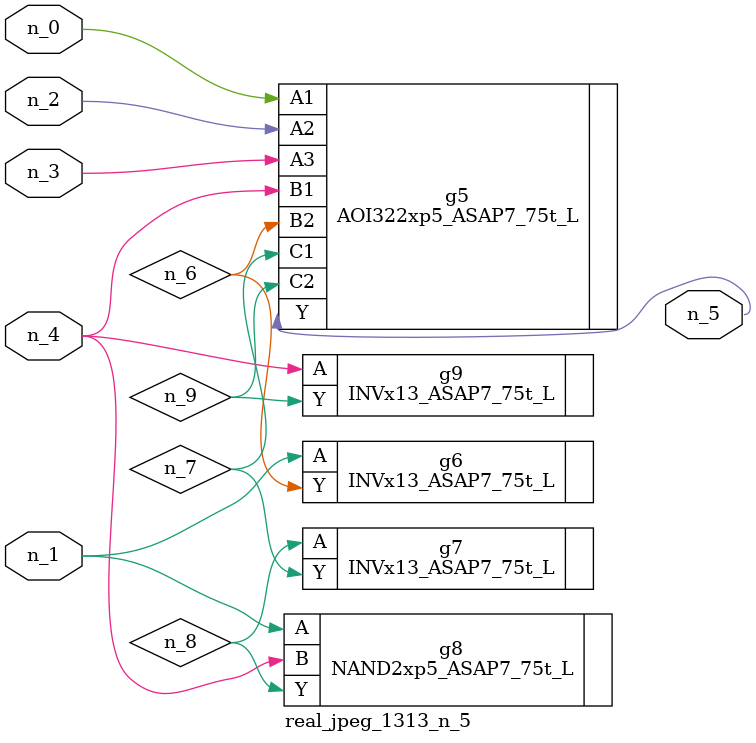
<source format=v>
module real_jpeg_1313_n_5 (n_4, n_0, n_1, n_2, n_3, n_5);

input n_4;
input n_0;
input n_1;
input n_2;
input n_3;

output n_5;

wire n_8;
wire n_6;
wire n_7;
wire n_9;

AOI322xp5_ASAP7_75t_L g5 ( 
.A1(n_0),
.A2(n_2),
.A3(n_3),
.B1(n_4),
.B2(n_6),
.C1(n_7),
.C2(n_9),
.Y(n_5)
);

INVx13_ASAP7_75t_L g6 ( 
.A(n_1),
.Y(n_6)
);

NAND2xp5_ASAP7_75t_L g8 ( 
.A(n_1),
.B(n_4),
.Y(n_8)
);

INVx13_ASAP7_75t_L g9 ( 
.A(n_4),
.Y(n_9)
);

INVx13_ASAP7_75t_L g7 ( 
.A(n_8),
.Y(n_7)
);


endmodule
</source>
